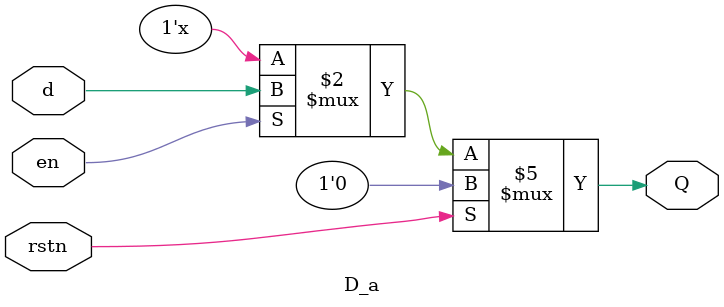
<source format=v>
module D_FF_ED (input D, input CLK, input RESET, output Q);
wire t1,t2,t3,t4;
not(t1,CLK);
and(t2,CLK,t1);

D_a Db(D,t2,RESET,Q);


endmodule
module D_a(input  d, input en,input rstn, output reg  Q);
    
    always @(en,d,rstn)
    begin
        if(rstn)
            Q <= 1'b0;
        else if(en)
            Q <= d;
    end
endmodule
</source>
